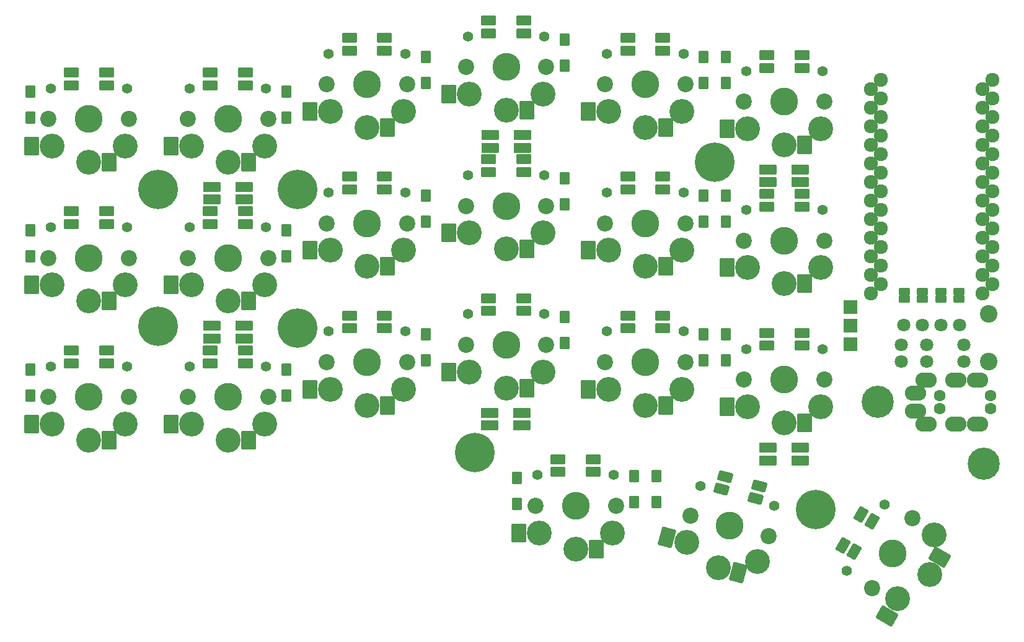
<source format=gbr>
G04 #@! TF.GenerationSoftware,KiCad,Pcbnew,7.0.7*
G04 #@! TF.CreationDate,2023-09-12T18:14:11+01:00*
G04 #@! TF.ProjectId,corne_dark,636f726e-655f-4646-9172-6b2e6b696361,1.0*
G04 #@! TF.SameCoordinates,Original*
G04 #@! TF.FileFunction,Soldermask,Bot*
G04 #@! TF.FilePolarity,Negative*
%FSLAX46Y46*%
G04 Gerber Fmt 4.6, Leading zero omitted, Abs format (unit mm)*
G04 Created by KiCad (PCBNEW 7.0.7) date 2023-09-12 18:14:11*
%MOMM*%
%LPD*%
G01*
G04 APERTURE LIST*
G04 Aperture macros list*
%AMRoundRect*
0 Rectangle with rounded corners*
0 $1 Rounding radius*
0 $2 $3 $4 $5 $6 $7 $8 $9 X,Y pos of 4 corners*
0 Add a 4 corners polygon primitive as box body*
4,1,4,$2,$3,$4,$5,$6,$7,$8,$9,$2,$3,0*
0 Add four circle primitives for the rounded corners*
1,1,$1+$1,$2,$3*
1,1,$1+$1,$4,$5*
1,1,$1+$1,$6,$7*
1,1,$1+$1,$8,$9*
0 Add four rect primitives between the rounded corners*
20,1,$1+$1,$2,$3,$4,$5,0*
20,1,$1+$1,$4,$5,$6,$7,0*
20,1,$1+$1,$6,$7,$8,$9,0*
20,1,$1+$1,$8,$9,$2,$3,0*%
G04 Aperture macros list end*
%ADD10RoundRect,0.200000X-0.475000X0.650000X-0.475000X-0.650000X0.475000X-0.650000X0.475000X0.650000X0*%
%ADD11RoundRect,0.200000X-0.800000X-0.500000X0.800000X-0.500000X0.800000X0.500000X-0.800000X0.500000X0*%
%ADD12RoundRect,0.200000X-0.902150X-0.275908X0.643331X-0.690018X0.902150X0.275908X-0.643331X0.690018X0*%
%ADD13RoundRect,0.200000X-0.033013X0.942820X-0.833013X-0.442820X0.033013X-0.942820X0.833013X0.442820X0*%
%ADD14C,2.200000*%
%ADD15C,1.400000*%
%ADD16C,3.400000*%
%ADD17C,3.800000*%
%ADD18RoundRect,0.200000X0.800000X1.100000X-0.800000X1.100000X-0.800000X-1.100000X0.800000X-1.100000X0*%
%ADD19RoundRect,0.200000X1.057442X0.855463X-0.488040X1.269574X-1.057442X-0.855463X0.488040X-1.269574X0*%
%ADD20C,1.924000*%
%ADD21C,4.400000*%
%ADD22C,5.400000*%
%ADD23RoundRect,0.200000X0.762000X0.762000X-0.762000X0.762000X-0.762000X-0.762000X0.762000X-0.762000X0*%
%ADD24C,1.797000*%
%ADD25C,1.600000*%
%ADD26O,2.900000X2.100000*%
%ADD27C,2.400000*%
%ADD28RoundRect,0.200000X-1.000000X-0.500000X1.000000X-0.500000X1.000000X0.500000X-1.000000X0.500000X0*%
%ADD29RoundRect,0.200000X1.000000X0.500000X-1.000000X0.500000X-1.000000X-0.500000X1.000000X-0.500000X0*%
%ADD30RoundRect,0.200000X-0.552628X1.242820X-1.352628X-0.142820X0.552628X-1.242820X1.352628X0.142820X0*%
%ADD31RoundRect,0.200000X-0.571500X0.317500X-0.571500X-0.317500X0.571500X-0.317500X0.571500X0.317500X0*%
G04 APERTURE END LIST*
D10*
X62000000Y-73350000D03*
X62000000Y-76900000D03*
X97000000Y-73350000D03*
X97000000Y-76900000D03*
X116000000Y-68600000D03*
X116000000Y-72150000D03*
X135000000Y-66225000D03*
X135000000Y-69775000D03*
X154000000Y-68600000D03*
X154000000Y-72150000D03*
X157000000Y-68600000D03*
X157000000Y-72150000D03*
X62000000Y-92350000D03*
X62000000Y-95900000D03*
X97000000Y-92350000D03*
X97000000Y-95900000D03*
X116000000Y-87600000D03*
X116000000Y-91150000D03*
X135000000Y-85225000D03*
X135000000Y-88775000D03*
X154000000Y-87600000D03*
X154000000Y-91150000D03*
X157000000Y-87600000D03*
X157000000Y-91150000D03*
X62000000Y-111350000D03*
X62000000Y-114900000D03*
X97000000Y-111350000D03*
X97000000Y-114900000D03*
X116000000Y-106600000D03*
X116000000Y-110150000D03*
X135000000Y-104225000D03*
X135000000Y-107775000D03*
X154000000Y-106600000D03*
X154000000Y-110150000D03*
X157000000Y-106600000D03*
X157000000Y-110150000D03*
X128500000Y-126225000D03*
X128500000Y-129775000D03*
X144500000Y-125975000D03*
X144500000Y-129525000D03*
X147500000Y-125975000D03*
X147500000Y-129525000D03*
D11*
X67600000Y-70750000D03*
X67600000Y-72500000D03*
X72400000Y-72500000D03*
X72400000Y-70750000D03*
X86600000Y-70750000D03*
X86600000Y-72500000D03*
X91400000Y-72500000D03*
X91400000Y-70750000D03*
X105600000Y-66000000D03*
X105600000Y-67750000D03*
X110400000Y-67750000D03*
X110400000Y-66000000D03*
X124600000Y-63625000D03*
X124600000Y-65375000D03*
X129400000Y-65375000D03*
X129400000Y-63625000D03*
X143600000Y-66000000D03*
X143600000Y-67750000D03*
X148400000Y-67750000D03*
X148400000Y-66000000D03*
X162600000Y-68375000D03*
X162600000Y-70125000D03*
X167400000Y-70125000D03*
X167400000Y-68375000D03*
X67600000Y-89750000D03*
X67600000Y-91500000D03*
X72400000Y-91500000D03*
X72400000Y-89750000D03*
X86600000Y-89750000D03*
X86600000Y-91500000D03*
X91400000Y-91500000D03*
X91400000Y-89750000D03*
X105600000Y-85000000D03*
X105600000Y-86750000D03*
X110400000Y-86750000D03*
X110400000Y-85000000D03*
X124600000Y-82625000D03*
X124600000Y-84375000D03*
X129400000Y-84375000D03*
X129400000Y-82625000D03*
X143600000Y-85000000D03*
X143600000Y-86750000D03*
X148400000Y-86750000D03*
X148400000Y-85000000D03*
X162600000Y-87375000D03*
X162600000Y-89125000D03*
X167400000Y-89125000D03*
X167400000Y-87375000D03*
X67600000Y-108750000D03*
X67600000Y-110500000D03*
X72400000Y-110500000D03*
X72400000Y-108750000D03*
X86600000Y-108750000D03*
X86600000Y-110500000D03*
X91400000Y-110500000D03*
X91400000Y-108750000D03*
X105600000Y-104000000D03*
X105600000Y-105750000D03*
X110400000Y-105750000D03*
X110400000Y-104000000D03*
X124600000Y-101625000D03*
X124600000Y-103375000D03*
X129400000Y-103375000D03*
X129400000Y-101625000D03*
X143600000Y-104000000D03*
X143600000Y-105750000D03*
X148400000Y-105750000D03*
X148400000Y-104000000D03*
X162600000Y-106375000D03*
X162600000Y-108125000D03*
X167400000Y-108125000D03*
X167400000Y-106375000D03*
X134100000Y-123625000D03*
X134100000Y-125375000D03*
X138900000Y-125375000D03*
X138900000Y-123625000D03*
D12*
X156908245Y-126033649D03*
X156455311Y-127724019D03*
X161091755Y-128966351D03*
X161544689Y-127275981D03*
D13*
X176957772Y-132109039D03*
X175442228Y-131234039D03*
X173042228Y-135390961D03*
X174557772Y-136265961D03*
D14*
X75500000Y-77125000D03*
D15*
X75220000Y-72925000D03*
D16*
X75000000Y-80825000D03*
X70000000Y-83025000D03*
D17*
X70000000Y-77125000D03*
D16*
X65000000Y-80825000D03*
D15*
X64780000Y-72925000D03*
D14*
X64500000Y-77125000D03*
D18*
X62200000Y-80825000D03*
X72800000Y-83025000D03*
D14*
X94500000Y-77125000D03*
D15*
X94220000Y-72925000D03*
D16*
X94000000Y-80825000D03*
X89000000Y-83025000D03*
D17*
X89000000Y-77125000D03*
D16*
X84000000Y-80825000D03*
D15*
X83780000Y-72925000D03*
D14*
X83500000Y-77125000D03*
D18*
X81200000Y-80825000D03*
X91800000Y-83025000D03*
D14*
X113500000Y-72375000D03*
D15*
X113220000Y-68175000D03*
D16*
X113000000Y-76075000D03*
X108000000Y-78275000D03*
D17*
X108000000Y-72375000D03*
D16*
X103000000Y-76075000D03*
D15*
X102780000Y-68175000D03*
D14*
X102500000Y-72375000D03*
D18*
X100200000Y-76075000D03*
X110800000Y-78275000D03*
D14*
X132500000Y-70000000D03*
D15*
X132220000Y-65800000D03*
D16*
X132000000Y-73700000D03*
X127000000Y-75900000D03*
D17*
X127000000Y-70000000D03*
D16*
X122000000Y-73700000D03*
D15*
X121780000Y-65800000D03*
D14*
X121500000Y-70000000D03*
D18*
X119200000Y-73700000D03*
X129800000Y-75900000D03*
D14*
X151500000Y-72375000D03*
D15*
X151220000Y-68175000D03*
D16*
X151000000Y-76075000D03*
X146000000Y-78275000D03*
D17*
X146000000Y-72375000D03*
D16*
X141000000Y-76075000D03*
D15*
X140780000Y-68175000D03*
D14*
X140500000Y-72375000D03*
D18*
X138200000Y-76075000D03*
X148800000Y-78275000D03*
D14*
X170500000Y-74750000D03*
D15*
X170220000Y-70550000D03*
D16*
X170000000Y-78450000D03*
X165000000Y-80650000D03*
D17*
X165000000Y-74750000D03*
D16*
X160000000Y-78450000D03*
D15*
X159780000Y-70550000D03*
D14*
X159500000Y-74750000D03*
D18*
X157200000Y-78450000D03*
X167800000Y-80650000D03*
D14*
X75500000Y-96125000D03*
D15*
X75220000Y-91925000D03*
D16*
X75000000Y-99825000D03*
X70000000Y-102025000D03*
D17*
X70000000Y-96125000D03*
D16*
X65000000Y-99825000D03*
D15*
X64780000Y-91925000D03*
D14*
X64500000Y-96125000D03*
D18*
X62200000Y-99825000D03*
X72800000Y-102025000D03*
D14*
X94500000Y-96125000D03*
D15*
X94220000Y-91925000D03*
D16*
X94000000Y-99825000D03*
X89000000Y-102025000D03*
D17*
X89000000Y-96125000D03*
D16*
X84000000Y-99825000D03*
D15*
X83780000Y-91925000D03*
D14*
X83500000Y-96125000D03*
D18*
X81200000Y-99825000D03*
X91800000Y-102025000D03*
D14*
X113500000Y-91375000D03*
D15*
X113220000Y-87175000D03*
D16*
X113000000Y-95075000D03*
X108000000Y-97275000D03*
D17*
X108000000Y-91375000D03*
D16*
X103000000Y-95075000D03*
D15*
X102780000Y-87175000D03*
D14*
X102500000Y-91375000D03*
D18*
X100200000Y-95075000D03*
X110800000Y-97275000D03*
D14*
X132500000Y-89000000D03*
D15*
X132220000Y-84800000D03*
D16*
X132000000Y-92700000D03*
X127000000Y-94900000D03*
D17*
X127000000Y-89000000D03*
D16*
X122000000Y-92700000D03*
D15*
X121780000Y-84800000D03*
D14*
X121500000Y-89000000D03*
D18*
X119200000Y-92700000D03*
X129800000Y-94900000D03*
D14*
X151500000Y-91375000D03*
D15*
X151220000Y-87175000D03*
D16*
X151000000Y-95075000D03*
X146000000Y-97275000D03*
D17*
X146000000Y-91375000D03*
D16*
X141000000Y-95075000D03*
D15*
X140780000Y-87175000D03*
D14*
X140500000Y-91375000D03*
D18*
X138200000Y-95075000D03*
X148800000Y-97275000D03*
D14*
X170500000Y-93750000D03*
D15*
X170220000Y-89550000D03*
D16*
X170000000Y-97450000D03*
X165000000Y-99650000D03*
D17*
X165000000Y-93750000D03*
D16*
X160000000Y-97450000D03*
D15*
X159780000Y-89550000D03*
D14*
X159500000Y-93750000D03*
D18*
X157200000Y-97450000D03*
X167800000Y-99650000D03*
D14*
X75500000Y-115125000D03*
D15*
X75220000Y-110925000D03*
D16*
X75000000Y-118825000D03*
X70000000Y-121025000D03*
D17*
X70000000Y-115125000D03*
D16*
X65000000Y-118825000D03*
D15*
X64780000Y-110925000D03*
D14*
X64500000Y-115125000D03*
D18*
X62200000Y-118825000D03*
X72800000Y-121025000D03*
D14*
X94500000Y-115125000D03*
D15*
X94220000Y-110925000D03*
D16*
X94000000Y-118825000D03*
X89000000Y-121025000D03*
D17*
X89000000Y-115125000D03*
D16*
X84000000Y-118825000D03*
D15*
X83780000Y-110925000D03*
D14*
X83500000Y-115125000D03*
D18*
X81200000Y-118825000D03*
X91800000Y-121025000D03*
D14*
X113500000Y-110375000D03*
D15*
X113220000Y-106175000D03*
D16*
X113000000Y-114075000D03*
X108000000Y-116275000D03*
D17*
X108000000Y-110375000D03*
D16*
X103000000Y-114075000D03*
D15*
X102780000Y-106175000D03*
D14*
X102500000Y-110375000D03*
D18*
X100200000Y-114075000D03*
X110800000Y-116275000D03*
D14*
X132500000Y-108000000D03*
D15*
X132220000Y-103800000D03*
D16*
X132000000Y-111700000D03*
X127000000Y-113900000D03*
D17*
X127000000Y-108000000D03*
D16*
X122000000Y-111700000D03*
D15*
X121780000Y-103800000D03*
D14*
X121500000Y-108000000D03*
D18*
X119200000Y-111700000D03*
X129800000Y-113900000D03*
D14*
X151500000Y-110375000D03*
D15*
X151220000Y-106175000D03*
D16*
X151000000Y-114075000D03*
X146000000Y-116275000D03*
D17*
X146000000Y-110375000D03*
D16*
X141000000Y-114075000D03*
D15*
X140780000Y-106175000D03*
D14*
X140500000Y-110375000D03*
D18*
X138200000Y-114075000D03*
X148800000Y-116275000D03*
D14*
X170500000Y-112750000D03*
D15*
X170220000Y-108550000D03*
D16*
X170000000Y-116450000D03*
X165000000Y-118650000D03*
D17*
X165000000Y-112750000D03*
D16*
X160000000Y-116450000D03*
D15*
X159780000Y-108550000D03*
D14*
X159500000Y-112750000D03*
D18*
X157200000Y-116450000D03*
X167800000Y-118650000D03*
D14*
X142000000Y-130000000D03*
D15*
X141720000Y-125800000D03*
D16*
X141500000Y-133700000D03*
X136500000Y-135900000D03*
D17*
X136500000Y-130000000D03*
D16*
X131500000Y-133700000D03*
D15*
X131280000Y-125800000D03*
D14*
X131000000Y-130000000D03*
D18*
X128700000Y-133700000D03*
X139300000Y-135900000D03*
D14*
X162812592Y-134173505D03*
D15*
X163629173Y-130044147D03*
D16*
X161371999Y-137618021D03*
X155972968Y-138448962D03*
D17*
X157500000Y-132750000D03*
D16*
X151712740Y-135029830D03*
D15*
X153544907Y-127342076D03*
D14*
X152187408Y-131326495D03*
D19*
X149008148Y-134305137D03*
X158677560Y-139173656D03*
D20*
X176860000Y-73042000D03*
X193406400Y-71772000D03*
X176860000Y-75582000D03*
X193406400Y-74312000D03*
X176860000Y-78122000D03*
X193406400Y-76852000D03*
X176860000Y-80662000D03*
X193406400Y-79392000D03*
X176860000Y-83202000D03*
X193406400Y-81932000D03*
X176860000Y-85742000D03*
X193406400Y-84472000D03*
X176860000Y-88282000D03*
X193406400Y-87012000D03*
X176860000Y-90822000D03*
X193406400Y-89552000D03*
X176860000Y-93362000D03*
X193406400Y-92092000D03*
X176860000Y-95902000D03*
X193406400Y-94632000D03*
X176860000Y-98442000D03*
X193406400Y-97172000D03*
X176860000Y-100982000D03*
X193406400Y-99712000D03*
X178186400Y-99712000D03*
X192100000Y-100982000D03*
X178186400Y-97172000D03*
X192100000Y-98442000D03*
X178186400Y-94632000D03*
X192100000Y-95902000D03*
X178186400Y-92092000D03*
X192100000Y-93362000D03*
X178186400Y-89552000D03*
X192100000Y-90822000D03*
X178186400Y-87012000D03*
X192100000Y-88282000D03*
X178186400Y-84472000D03*
X192100000Y-85742000D03*
X178186400Y-81932000D03*
X192100000Y-83202000D03*
X178186400Y-79392000D03*
X192100000Y-80662000D03*
X178186400Y-76852000D03*
X192100000Y-78122000D03*
X178186400Y-74312000D03*
X192100000Y-75582000D03*
X178186400Y-71772000D03*
X192100000Y-73042000D03*
D21*
X177750000Y-115750000D03*
X192250000Y-124250000D03*
D22*
X79500000Y-86750000D03*
X79500000Y-105500000D03*
X98500000Y-86750000D03*
X98500000Y-105750000D03*
X155500000Y-83000000D03*
X122750000Y-122750000D03*
X169250000Y-130500000D03*
D23*
X174000000Y-102820000D03*
X174000000Y-105360000D03*
X174000000Y-107900000D03*
D24*
X181300000Y-105300000D03*
X183840000Y-105300000D03*
X186380000Y-105300000D03*
X188920000Y-105300000D03*
D25*
X193200000Y-114950000D03*
X186200000Y-114950000D03*
X193200000Y-116700000D03*
X186200000Y-116700000D03*
D26*
X182900000Y-114600000D03*
X182900000Y-117050000D03*
X191400000Y-112850000D03*
X191400000Y-118800000D03*
X188400000Y-112850000D03*
X188400000Y-118800000D03*
X184400000Y-112850000D03*
X184400000Y-118800000D03*
D27*
X192900000Y-103750000D03*
X192900000Y-110250000D03*
D28*
X124820000Y-81035000D03*
X124820000Y-79285000D03*
X129220000Y-79285000D03*
X129220000Y-81035000D03*
X162770000Y-85755000D03*
X162770000Y-84005000D03*
X167170000Y-84005000D03*
X167170000Y-85755000D03*
D29*
X129190000Y-117295000D03*
X129190000Y-119045000D03*
X124790000Y-119045000D03*
X124790000Y-117295000D03*
X167210000Y-122045000D03*
X167210000Y-123795000D03*
X162810000Y-123795000D03*
X162810000Y-122045000D03*
D14*
X182500000Y-131736860D03*
D15*
X178722693Y-129879347D03*
D16*
X185454294Y-134019873D03*
X184859550Y-139450000D03*
D17*
X179750000Y-136500000D03*
D16*
X180454294Y-142680127D03*
D15*
X173502693Y-138920653D03*
D14*
X177000000Y-141263140D03*
D30*
X179054294Y-145104998D03*
X186259550Y-137025129D03*
D24*
X189540000Y-110300000D03*
X184460000Y-110300000D03*
X189540000Y-108000000D03*
X184460000Y-108000000D03*
X181000000Y-108000000D03*
X181000000Y-110300000D03*
D28*
X86800000Y-88125000D03*
X86800000Y-86375000D03*
X91200000Y-86375000D03*
X91200000Y-88125000D03*
D29*
X91200000Y-105365000D03*
X91200000Y-107115000D03*
X86800000Y-107115000D03*
X86800000Y-105365000D03*
D31*
X188875000Y-100749620D03*
X188875000Y-101750380D03*
X186375000Y-100749620D03*
X186375000Y-101750380D03*
X183875000Y-100749620D03*
X183875000Y-101750380D03*
X181375000Y-100749620D03*
X181375000Y-101750380D03*
M02*

</source>
